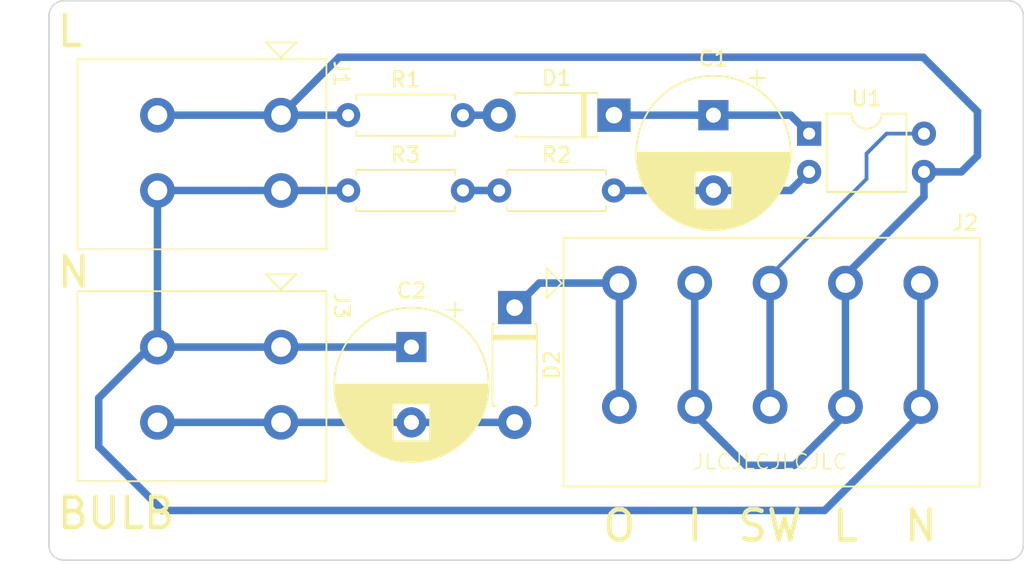
<source format=kicad_pcb>
(kicad_pcb (version 20240108) (generator "pcbnew") (generator_version "8.0")
  (layers (0 "F.Cu" signal) (31 "B.Cu" signal) (34 "B.Paste" user) (35 "F.Paste" user) (36 "B.SilkS" user "B.Silkscreen") (37 "F.SilkS" user "F.Silkscreen") (38 "B.Mask" user) (39 "F.Mask" user) (44 "Edge.Cuts" user))
  (net 0 "")
  (net 1 "Board_0-/O")
  (net 2 "Board_0-/SW")
  (net 3 "Board_0-LINE")
  (net 4 "Board_0-NEUT")
  (net 5 "Board_0-Net-(C1-Pad2)")
  (net 6 "Board_0-Net-(D1-A)")
  (net 7 "Board_0-Net-(D1-K)")
  (net 8 "Board_0-Net-(D2-A)")
  (net 9 "Board_0-Net-(R2-Pad1)")
  (footprint "chaotic-neutral:Wago_2604-1102_1x02_P5.00mm_Horizontal" (layer "F.Cu") (at 131.575 43 -90)
    (property "Reference" "J3" (at -3.71 -4.01 -90) (layer "F.SilkS") (effects (justify left)))
    (property "Value" "BULB")
    (pad "1" thru_hole circle (at 0 0 270) (size 2.3 2.3) (drill 1.3) (layers "*.Cu" "*.Mask") (net 4 "Board_0-NEUT"))
    (pad "1" thru_hole circle (at 0 8.2 270) (size 2.3 2.3) (drill 1.3) (layers "*.Cu" "*.Mask") (net 4 "Board_0-NEUT"))
    (pad "2" thru_hole circle (at 5 0 270) (size 2.3 2.3) (drill 1.3) (layers "*.Cu" "*.Mask") (net 8 "Board_0-Net-(D2-A)"))
    (pad "2" thru_hole circle (at 5 8.2 270) (size 2.3 2.3) (drill 1.3) (layers "*.Cu" "*.Mask") (net 8 "Board_0-Net-(D2-A)"))
  )
  (footprint "Diode_THT:D_DO-41_SOD81_P7.62mm_Horizontal" (layer "F.Cu") (at 153.665 27.6 180)
    (property "Reference" "D1" (at 3.81 2.47 0) (layer "F.SilkS"))
    (property "Value" "1N4004")
    (pad "1" thru_hole rect (at 0 0 180) (size 2.2 2.2) (drill 1.1) (layers "*.Cu" "*.Mask") (net 7 "Board_0-Net-(D1-K)"))
    (pad "2" thru_hole oval (at 7.62 0 180) (size 2.2 2.2) (drill 1.1) (layers "*.Cu" "*.Mask") (net 6 "Board_0-Net-(D1-A)"))
  )
  (footprint "Resistor_THT:R_Axial_DIN0207_L6.3mm_D2.5mm_P7.62mm_Horizontal" (layer "F.Cu") (at 136.025 32.6)
    (property "Reference" "R3" (at 3.81 -2.37 0) (layer "F.SilkS"))
    (property "Value" "33k")
    (pad "1" thru_hole circle (at 0 0) (size 1.6 1.6) (drill 0.8) (layers "*.Cu" "*.Mask") (net 4 "Board_0-NEUT"))
    (pad "2" thru_hole oval (at 7.62 0) (size 1.6 1.6) (drill 0.8) (layers "*.Cu" "*.Mask") (net 9 "Board_0-Net-(R2-Pad1)"))
  )
  (footprint "Diode_THT:D_DO-41_SOD81_P7.62mm_Horizontal" (layer "F.Cu") (at 147.075 40.38 -90)
    (property "Reference" "D2" (at 3.81 -2.47 90) (layer "F.SilkS"))
    (property "Value" "1N4004")
    (pad "1" thru_hole rect (at 0 0 270) (size 2.2 2.2) (drill 1.1) (layers "*.Cu" "*.Mask") (net 1 "Board_0-/O"))
    (pad "2" thru_hole oval (at 7.62 0 270) (size 2.2 2.2) (drill 1.1) (layers "*.Cu" "*.Mask") (net 8 "Board_0-Net-(D2-A)"))
  )
  (footprint "Resistor_THT:R_Axial_DIN0207_L6.3mm_D2.5mm_P7.62mm_Horizontal" (layer "F.Cu") (at 146.045 32.6)
    (property "Reference" "R2" (at 3.81 -2.37 0) (layer "F.SilkS"))
    (property "Value" "33k")
    (pad "1" thru_hole circle (at 0 0) (size 1.6 1.6) (drill 0.8) (layers "*.Cu" "*.Mask") (net 9 "Board_0-Net-(R2-Pad1)"))
    (pad "2" thru_hole oval (at 7.62 0) (size 1.6 1.6) (drill 0.8) (layers "*.Cu" "*.Mask") (net 5 "Board_0-Net-(C1-Pad2)"))
  )
  (footprint "Resistor_THT:R_Axial_DIN0207_L6.3mm_D2.5mm_P7.62mm_Horizontal" (layer "F.Cu") (at 136.025 27.6)
    (property "Reference" "R1" (at 3.81 -2.37 0) (layer "F.SilkS"))
    (property "Value" "33k")
    (pad "1" thru_hole circle (at 0 0) (size 1.6 1.6) (drill 0.8) (layers "*.Cu" "*.Mask") (net 3 "Board_0-LINE"))
    (pad "2" thru_hole oval (at 7.62 0) (size 1.6 1.6) (drill 0.8) (layers "*.Cu" "*.Mask") (net 6 "Board_0-Net-(D1-A)"))
  )
  (footprint "Capacitor_THT:CP_Radial_D10.0mm_P5.00mm" (layer "F.Cu") (at 140.225 43 -90)
    (property "Reference" "C2" (at -3.75 0 0) (layer "F.SilkS"))
    (property "Value" "4u7 400V")
    (pad "1" thru_hole rect (at 0 0 270) (size 2 2) (drill 1) (layers "*.Cu" "*.Mask") (net 4 "Board_0-NEUT"))
    (pad "2" thru_hole circle (at 5 0 270) (size 2 2) (drill 1) (layers "*.Cu" "*.Mask") (net 8 "Board_0-Net-(D2-A)"))
  )
  (footprint "chaotic-neutral:Wago_2604-1102_1x02_P5.00mm_Horizontal" (layer "F.Cu") (at 131.575 27.6 -90)
    (property "Reference" "J1" (at -3.71 -4.01 -90) (layer "F.SilkS") (effects (justify left)))
    (property "Value" "230VAC")
    (pad "1" thru_hole circle (at 0 0 270) (size 2.3 2.3) (drill 1.3) (layers "*.Cu" "*.Mask") (net 3 "Board_0-LINE"))
    (pad "1" thru_hole circle (at 0 8.2 270) (size 2.3 2.3) (drill 1.3) (layers "*.Cu" "*.Mask") (net 3 "Board_0-LINE"))
    (pad "2" thru_hole circle (at 5 0 270) (size 2.3 2.3) (drill 1.3) (layers "*.Cu" "*.Mask") (net 4 "Board_0-NEUT"))
    (pad "2" thru_hole circle (at 5 8.2 270) (size 2.3 2.3) (drill 1.3) (layers "*.Cu" "*.Mask") (net 4 "Board_0-NEUT"))
  )
  (footprint "chaotic-neutral:Wago_2604-1105_1x05_P5.00mm_Horizontal" (layer "F.Cu") (at 154.025 38.75)
    (property "Reference" "J2" (at 23.91 -4.01 0) (layer "F.SilkS") (effects (justify right)))
    (property "Value" "SHELLY")
    (pad "1" thru_hole circle (at 0 0) (size 2.3 2.3) (drill 1.3) (layers "*.Cu" "*.Mask") (net 1 "Board_0-/O"))
    (pad "1" thru_hole circle (at 0 8.2) (size 2.3 2.3) (drill 1.3) (layers "*.Cu" "*.Mask") (net 1 "Board_0-/O"))
    (pad "2" thru_hole circle (at 5 0) (size 2.3 2.3) (drill 1.3) (layers "*.Cu" "*.Mask") (net 3 "Board_0-LINE"))
    (pad "2" thru_hole circle (at 5 8.2) (size 2.3 2.3) (drill 1.3) (layers "*.Cu" "*.Mask") (net 3 "Board_0-LINE"))
    (pad "3" thru_hole circle (at 10 0) (size 2.3 2.3) (drill 1.3) (layers "*.Cu" "*.Mask") (net 2 "Board_0-/SW"))
    (pad "3" thru_hole circle (at 10 8.2) (size 2.3 2.3) (drill 1.3) (layers "*.Cu" "*.Mask") (net 2 "Board_0-/SW"))
    (pad "4" thru_hole circle (at 15 0) (size 2.3 2.3) (drill 1.3) (layers "*.Cu" "*.Mask") (net 3 "Board_0-LINE"))
    (pad "4" thru_hole circle (at 15 8.2) (size 2.3 2.3) (drill 1.3) (layers "*.Cu" "*.Mask") (net 3 "Board_0-LINE"))
    (pad "5" thru_hole circle (at 20 0) (size 2.3 2.3) (drill 1.3) (layers "*.Cu" "*.Mask") (net 4 "Board_0-NEUT"))
    (pad "5" thru_hole circle (at 20 8.2) (size 2.3 2.3) (drill 1.3) (layers "*.Cu" "*.Mask") (net 4 "Board_0-NEUT"))
  )
  (footprint "Package_DIP:DIP-4_W7.62mm" (layer "F.Cu") (at 166.615 28.825)
    (property "Reference" "U1" (at 3.81 -2.33 0) (layer "F.SilkS"))
    (property "Value" "PC817")
    (pad "1" thru_hole rect (at 0 0) (size 1.6 1.6) (drill 0.8) (layers "*.Cu" "*.Mask") (net 7 "Board_0-Net-(D1-K)"))
    (pad "2" thru_hole oval (at 0 2.54) (size 1.6 1.6) (drill 0.8) (layers "*.Cu" "*.Mask") (net 5 "Board_0-Net-(C1-Pad2)"))
    (pad "3" thru_hole oval (at 7.62 2.54) (size 1.6 1.6) (drill 0.8) (layers "*.Cu" "*.Mask") (net 3 "Board_0-LINE"))
    (pad "4" thru_hole oval (at 7.62 0) (size 1.6 1.6) (drill 0.8) (layers "*.Cu" "*.Mask") (net 2 "Board_0-/SW"))
  )
  (footprint "Capacitor_THT:CP_Radial_D10.0mm_P5.00mm" (layer "F.Cu") (at 160.265 27.6 -90)
    (property "Reference" "C1" (at -3.75 0 0) (layer "F.SilkS"))
    (property "Value" "470u 10V")
    (pad "1" thru_hole rect (at 0 0 270) (size 2 2) (drill 1) (layers "*.Cu" "*.Mask") (net 7 "Board_0-Net-(D1-K)"))
    (pad "2" thru_hole circle (at 5 0 270) (size 2 2) (drill 1) (layers "*.Cu" "*.Mask") (net 5 "Board_0-Net-(C1-Pad2)"))
  )
  (gr_line (start 117.175 20) (end 179.825 20) (stroke (width 0.1)) (layer "Edge.Cuts"))
  (gr_line (start 116.175 56.15) (end 116.175 21) (stroke (width 0.1)) (layer "Edge.Cuts"))
  (gr_arc (start 179.825 20) (mid 180.532106 20.292893) (end 180.825 21) (stroke (width 0.1)) (layer "Edge.Cuts"))
  (gr_arc (start 116.175 21) (mid 116.467893 20.292893) (end 117.175 20) (stroke (width 0.1)) (layer "Edge.Cuts"))
  (gr_line (start 180.825 21) (end 180.825 56.15) (stroke (width 0.1)) (layer "Edge.Cuts"))
  (gr_arc (start 180.825 56.15) (mid 180.532106 56.857106) (end 179.825 57.15) (stroke (width 0.1)) (layer "Edge.Cuts"))
  (gr_arc (start 117.175 57.15) (mid 116.467893 56.857106) (end 116.175 56.15) (stroke (width 0.1)) (layer "Edge.Cuts"))
  (gr_line (start 179.825 57.15) (end 117.175 57.15) (stroke (width 0.1)) (layer "Edge.Cuts"))
  (gr_text "N" (at 174.025 53.7 0) (layer "F.SilkS") (effects (font (size 2 2) (thickness 0.3)) (justify top)))
  (gr_text "L" (at 169.025 53.7 0) (layer "F.SilkS") (effects (font (size 2 2) (thickness 0.3)) (justify top)))
  (gr_text "SW" (at 164.025 53.7 0) (layer "F.SilkS") (effects (font (size 2 2) (thickness 0.3)) (justify top)))
  (gr_text "O" (at 154.025 53.7 0) (layer "F.SilkS") (effects (font (size 2 2) (thickness 0.3)) (justify top)))
  (gr_text "L" (at 116.575 23.2 0) (layer "F.SilkS") (effects (font (size 2 2) (thickness 0.3)) (justify left bottom)))
  (gr_text "JLCJLCJLCJLC" (at 164.025 51.2 0) (layer "F.SilkS") (effects (font (size 1 1) (thickness 0.1)) (justify bottom)))
  (gr_text "N" (at 116.575 39.2 0) (layer "F.SilkS") (effects (font (size 2 2) (thickness 0.3)) (justify left bottom)))
  (gr_text "I" (at 159.025 53.7 0) (layer "F.SilkS") (effects (font (size 2 2) (thickness 0.3)) (justify top)))
  (gr_text "BULB" (at 116.575 55.2 0) (layer "F.SilkS") (effects (font (size 2 2) (thickness 0.3)) (justify left bottom)))
  (segment (start 154.025 46.95) (end 154.025 38.75) (width 0.5) (layer "B.Cu") (net 1))
  (segment (start 147.075 40.38) (end 148.705 38.75) (width 0.5) (layer "B.Cu") (net 1))
  (segment (start 148.705 38.75) (end 154.025 38.75) (width 0.5) (layer "B.Cu") (net 1))
  (segment (start 164.025 46.95) (end 164.025 38.75) (width 0.5) (layer "B.Cu") (net 2))
  (segment (start 171.75 28.825) (end 174.235 28.825) (width 0.25) (layer "B.Cu") (net 2))
  (segment (start 170.425 30.15) (end 171.75 28.825) (width 0.25) (layer "B.Cu") (net 2))
  (segment (start 164.025 38.234567) (end 170.425 31.834567) (width 0.25) (layer "B.Cu") (net 2))
  (segment (start 170.425 31.834567) (end 170.425 30.15) (width 0.25) (layer "B.Cu") (net 2))
  (segment (start 164.025 38.75) (end 164.025 38.234567) (width 0.25) (layer "B.Cu") (net 2))
  (segment (start 177.785 27.354541) (end 177.785 30.295) (width 0.5) (layer "B.Cu") (net 3))
  (segment (start 174.180459 23.75) (end 177.785 27.354541) (width 0.5) (layer "B.Cu") (net 3))
  (segment (start 174.235 33.024567) (end 174.235 31.365) (width 0.5) (layer "B.Cu") (net 3))
  (segment (start 169.025 38.75) (end 169.025 38.234567) (width 0.5) (layer "B.Cu") (net 3))
  (segment (start 169.025 38.234567) (end 174.235 33.024567) (width 0.5) (layer "B.Cu") (net 3))
  (segment (start 162.409567 50.85) (end 165.640433 50.85) (width 0.5) (layer "B.Cu") (net 3))
  (segment (start 165.640433 50.85) (end 169.025 47.465433) (width 0.5) (layer "B.Cu") (net 3))
  (segment (start 169.025 46.95) (end 169.025 38.75) (width 0.5) (layer "B.Cu") (net 3))
  (segment (start 135.425 23.75) (end 174.180459 23.75) (width 0.5) (layer "B.Cu") (net 3))
  (segment (start 169.025 47.465433) (end 169.025 46.95) (width 0.5) (layer "B.Cu") (net 3))
  (segment (start 176.715 31.365) (end 174.235 31.365) (width 0.5) (layer "B.Cu") (net 3))
  (segment (start 131.575 27.6) (end 135.425 23.75) (width 0.5) (layer "B.Cu") (net 3))
  (segment (start 159.025 47.465433) (end 162.409567 50.85) (width 0.5) (layer "B.Cu") (net 3))
  (segment (start 131.575 27.6) (end 136.025 27.6) (width 0.5) (layer "B.Cu") (net 3))
  (segment (start 131.575 27.6) (end 123.375 27.6) (width 0.5) (layer "B.Cu") (net 3))
  (segment (start 177.785 30.295) (end 176.715 31.365) (width 0.5) (layer "B.Cu") (net 3))
  (segment (start 159.025 46.95) (end 159.025 47.465433) (width 0.5) (layer "B.Cu") (net 3))
  (segment (start 159.025 46.95) (end 159.025 38.75) (width 0.5) (layer "B.Cu") (net 3))
  (segment (start 131.575 43) (end 123.375 43) (width 0.5) (layer "B.Cu") (net 4))
  (segment (start 123.375 32.6) (end 123.375 43) (width 0.5) (layer "B.Cu") (net 4))
  (segment (start 131.575 43) (end 140.225 43) (width 0.5) (layer "B.Cu") (net 4))
  (segment (start 174.025 47.465433) (end 167.640433 53.85) (width 0.5) (layer "B.Cu") (net 4))
  (segment (start 174.025 38.75) (end 174.025 46.95) (width 0.5) (layer "B.Cu") (net 4))
  (segment (start 174.025 46.95) (end 174.025 47.465433) (width 0.5) (layer "B.Cu") (net 4))
  (segment (start 119.475 46.384566) (end 122.859566 43) (width 0.5) (layer "B.Cu") (net 4))
  (segment (start 123.709567 53.85) (end 119.475 49.615433) (width 0.5) (layer "B.Cu") (net 4))
  (segment (start 119.475 49.615433) (end 119.475 46.384566) (width 0.5) (layer "B.Cu") (net 4))
  (segment (start 131.575 32.6) (end 123.375 32.6) (width 0.5) (layer "B.Cu") (net 4))
  (segment (start 122.859566 43) (end 123.375 43) (width 0.5) (layer "B.Cu") (net 4))
  (segment (start 167.640433 53.85) (end 123.709567 53.85) (width 0.5) (layer "B.Cu") (net 4))
  (segment (start 136.025 32.6) (end 131.575 32.6) (width 0.5) (layer "B.Cu") (net 4))
  (segment (start 160.265 32.6) (end 153.665 32.6) (width 0.5) (layer "B.Cu") (net 5))
  (segment (start 165.38 32.6) (end 166.615 31.365) (width 0.5) (layer "B.Cu") (net 5))
  (segment (start 160.265 32.6) (end 165.38 32.6) (width 0.5) (layer "B.Cu") (net 5))
  (segment (start 143.645 27.6) (end 146.045 27.6) (width 0.5) (layer "B.Cu") (net 6))
  (segment (start 160.265 27.6) (end 165.39 27.6) (width 0.5) (layer "B.Cu") (net 7))
  (segment (start 153.665 27.6) (end 160.265 27.6) (width 0.5) (layer "B.Cu") (net 7))
  (segment (start 165.39 27.6) (end 166.615 28.825) (width 0.5) (layer "B.Cu") (net 7))
  (segment (start 131.575 48) (end 123.375 48) (width 0.5) (layer "B.Cu") (net 8))
  (segment (start 140.225 48) (end 147.075 48) (width 0.5) (layer "B.Cu") (net 8))
  (segment (start 131.575 48) (end 140.225 48) (width 0.5) (layer "B.Cu") (net 8))
  (segment (start 146.045 32.6) (end 143.645 32.6) (width 0.5) (layer "B.Cu") (net 9))
)
</source>
